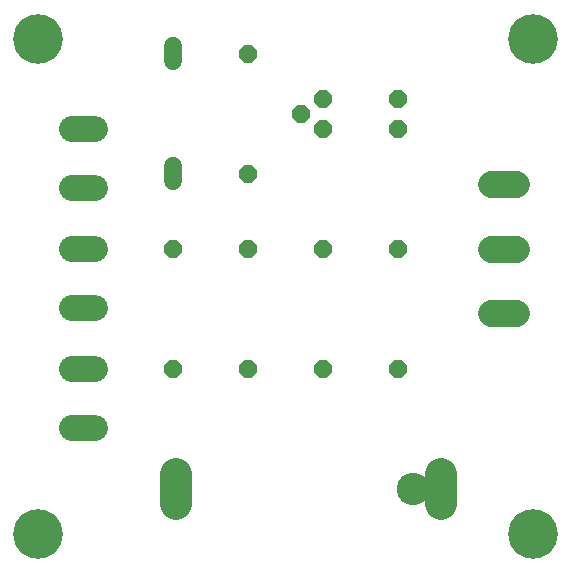
<source format=gbr>
G04 EAGLE Gerber X2 export*
%TF.Part,Single*%
%TF.FileFunction,Soldermask,Bot,1*%
%TF.FilePolarity,Negative*%
%TF.GenerationSoftware,Autodesk,EAGLE,8.6.3*%
%TF.CreationDate,2019-07-23T16:48:33Z*%
G75*
%MOMM*%
%FSLAX34Y34*%
%LPD*%
%AMOC8*
5,1,8,0,0,1.08239X$1,22.5*%
G01*
%ADD10C,4.203200*%
%ADD11C,1.524000*%
%ADD12C,2.743200*%
%ADD13P,1.649562X8X112.500000*%
%ADD14C,2.298700*%
%ADD15C,2.184400*%
%ADD16C,2.743200*%


D10*
X38100Y457200D03*
X457200Y457200D03*
X38100Y38100D03*
X457200Y38100D03*
D11*
X152400Y437896D02*
X152400Y451104D01*
X152400Y349504D02*
X152400Y336296D01*
D12*
X154178Y88900D02*
X154178Y63500D01*
X379222Y63500D02*
X379222Y88900D01*
D13*
X342900Y381000D03*
X342900Y406400D03*
D14*
X421323Y224790D02*
X442278Y224790D01*
X442278Y279400D02*
X421323Y279400D01*
X421323Y334010D02*
X442278Y334010D01*
D13*
X215900Y342900D03*
X215900Y444500D03*
X152400Y177800D03*
X152400Y279400D03*
X215900Y177800D03*
X215900Y279400D03*
X279400Y177800D03*
X279400Y279400D03*
X342900Y177800D03*
X342900Y279400D03*
X279400Y406400D03*
X260350Y393700D03*
X279400Y381000D03*
D15*
X86106Y330454D02*
X66294Y330454D01*
X66294Y380746D02*
X86106Y380746D01*
X86106Y228854D02*
X66294Y228854D01*
X66294Y279146D02*
X86106Y279146D01*
X86106Y127254D02*
X66294Y127254D01*
X66294Y177546D02*
X86106Y177546D01*
D16*
X355600Y76200D03*
M02*

</source>
